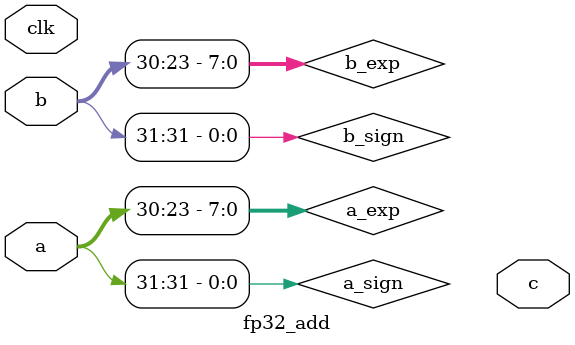
<source format=v>
module fp32_add(
    input clk, 

    input [31:0] a,b,

    output [31:0] c
);
    

// not consider subzero, NaN, Inf

wire a_sign = a[31];
wire b_sign = b[31];

wire [7:0] a_exp = a[30:23];
wire [7:0] b_exp = b[30:23];



endmodule
</source>
